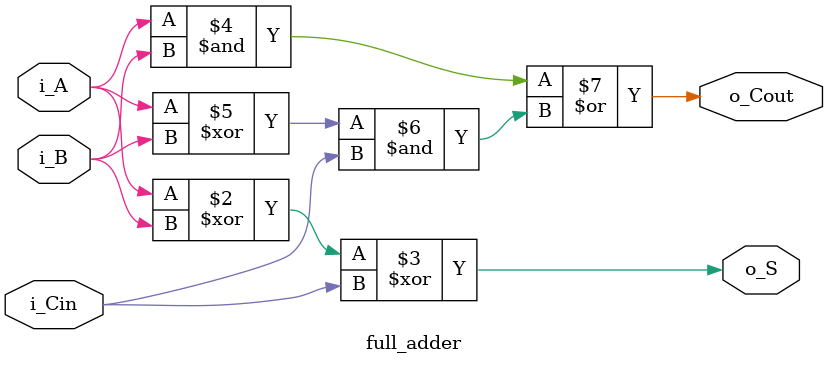
<source format=v>
module full_adder (
	input wire i_A,
	input wire i_B,
	input wire i_Cin,
	output reg o_S,
	output reg o_Cout
);

always@(*)
begin
	o_S = i_A ^ i_B ^ i_Cin;
	o_Cout = (i_A & i_B) | (i_A ^ i_B) & i_Cin;
end

`ifdef FORMAL

	wire [2:0] fw_incat;
	assign fw_incat = {i_A,i_B,i_Cin};
	always@(*)
	begin
		if(fw_incat == 1 || fw_incat == 2 || fw_incat == 4 || fw_incat == 7)
			assert(o_S);
		else
			assert(~o_S);
		if(fw_incat == 6 || fw_incat == 5 || fw_incat == 3 || fw_incat == 7)
			assert(o_Cout);
		else
			assert(~o_Cout);
	end
`endif
endmodule

</source>
